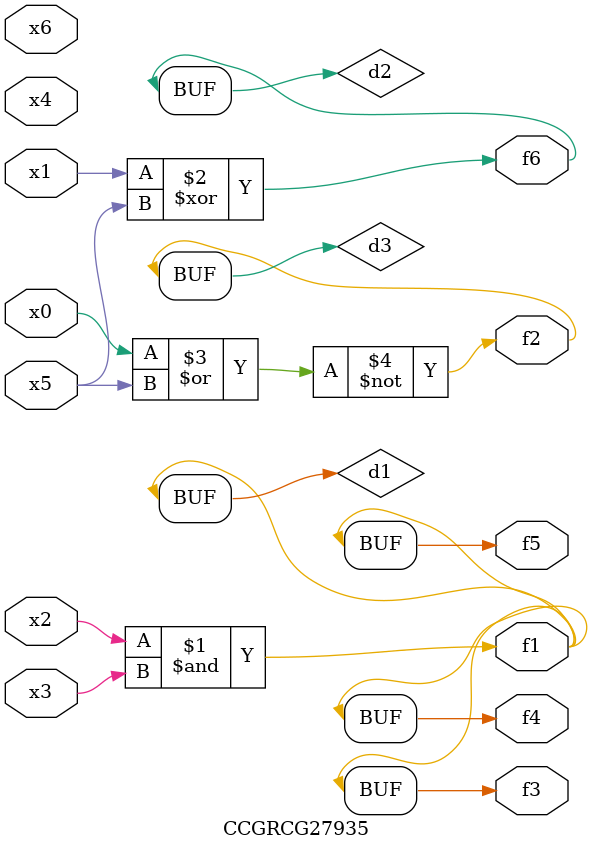
<source format=v>
module CCGRCG27935(
	input x0, x1, x2, x3, x4, x5, x6,
	output f1, f2, f3, f4, f5, f6
);

	wire d1, d2, d3;

	and (d1, x2, x3);
	xor (d2, x1, x5);
	nor (d3, x0, x5);
	assign f1 = d1;
	assign f2 = d3;
	assign f3 = d1;
	assign f4 = d1;
	assign f5 = d1;
	assign f6 = d2;
endmodule

</source>
